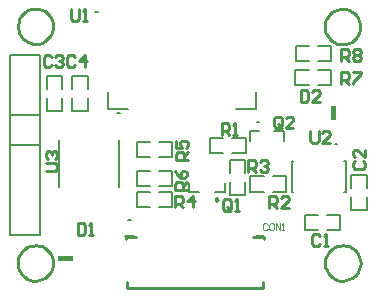
<source format=gto>
%FSTAX23Y23*%
%MOIN*%
%SFA1B1*%

%IPPOS*%
%ADD10C,0.007870*%
%ADD11C,0.010000*%
%ADD12C,0.009840*%
%ADD13C,0.005000*%
%ADD14C,0.003940*%
%LNsrt-wren-25-22-v103-1*%
%LPD*%
G36*
X00222Y00129D02*
Y00113D01*
X00173*
Y00129*
X00222*
G37*
G36*
X01082Y0063D02*
X01099D01*
Y00581*
X01082*
Y0063*
G37*
G54D10*
X01103Y00504D02*
X01095D01*
X01103*
X00377Y00607D02*
X00369D01*
X00377*
X00304Y00943D02*
X00296D01*
X00304*
X00842Y00577D02*
X00834D01*
X00842*
X00414Y00249D02*
X00406D01*
X00414*
X00813Y00344D02*
Y00395D01*
X00888D02*
X00932D01*
X00888Y00344D02*
X00932D01*
Y00395*
X00813Y00344D02*
X00857D01*
X00813Y00395D02*
X00857D01*
X00678Y00524D02*
X00722D01*
X00678Y00473D02*
X00722D01*
X00797D02*
Y00524D01*
X00753Y00473D02*
X00797D01*
X00753Y00524D02*
X00797D01*
X00678Y00473D02*
Y00524D01*
X00219Y00612D02*
Y00655D01*
X00271Y00612D02*
Y00655D01*
X00219Y0073D02*
X00271D01*
Y00687D02*
Y0073D01*
X00219Y00687D02*
Y0073D01*
Y00612D02*
X00271D01*
X01149Y00282D02*
Y00325D01*
X01201Y00282D02*
Y00325D01*
X01149Y004D02*
X01201D01*
Y00357D02*
Y004D01*
X01149Y00357D02*
Y004D01*
Y00282D02*
X01201D01*
X00134Y00612D02*
Y00655D01*
X00186Y00612D02*
Y00655D01*
X00134Y0073D02*
X00186D01*
Y00687D02*
Y0073D01*
X00134Y00687D02*
Y0073D01*
Y00612D02*
X00186D01*
X01038Y00778D02*
X01082D01*
X01038Y00829D02*
X01082D01*
X00964Y00778D02*
Y00829D01*
X01007*
X00964Y00778D02*
X01007D01*
X01082D02*
Y00829D01*
X00963Y00749D02*
X01007D01*
X00963Y00698D02*
X01007D01*
X01082D02*
Y00749D01*
X01038Y00698D02*
X01082D01*
X01038Y00749D02*
X01082D01*
X00963Y00698D02*
Y00749D01*
X00508Y00363D02*
X00552D01*
X00508Y00414D02*
X00552D01*
X00434Y00363D02*
Y00414D01*
X00477*
X00434Y00363D02*
X00477D01*
X00552D02*
Y00414D01*
X00508Y00293D02*
X00552D01*
X00508Y00344D02*
X00552D01*
X00434Y00293D02*
Y00344D01*
X00477*
X00434Y00293D02*
X00477D01*
X00552D02*
Y00344D01*
X00508Y00458D02*
X00552D01*
X00508Y00509D02*
X00552D01*
X00434Y00458D02*
Y00509D01*
X00477*
X00434Y00458D02*
X00477D01*
X00552D02*
Y00509D01*
X00744Y0045D02*
X00796D01*
Y00332D02*
Y00376D01*
X00744Y00332D02*
Y00376D01*
Y00332D02*
X00796D01*
X00744Y00407D02*
Y0045D01*
X00796Y00407D02*
Y0045D01*
X00994Y00215D02*
Y00266D01*
X01068D02*
X01112D01*
X01068Y00215D02*
X01112D01*
Y00266*
X00994Y00215D02*
X01037D01*
X00994Y00266D02*
X01037D01*
X00012Y008D02*
X00112D01*
X00012Y005D02*
X00112D01*
X00012D02*
Y00798D01*
X00112Y005D02*
Y008D01*
X00012Y002D02*
X00112D01*
X00012D02*
Y006D01*
X00112Y002D02*
Y006D01*
X00012D02*
X00112D01*
X00609Y00343D02*
X0064D01*
X00609D02*
Y00374D01*
X00695Y00343D02*
X00727D01*
Y00374*
G54D11*
X01179Y00894D02*
X01178Y00904D01*
X01176Y00913*
X01172Y00923*
X01166Y00931*
X01159Y00938*
X01151Y00944*
X01142Y00949*
X01132Y00951*
X01123Y00953*
X01113Y00952*
X01103Y0095*
X01093Y00946*
X01085Y00941*
X01077Y00935*
X01071Y00927*
X01066Y00918*
X01063Y00909*
X01061Y00899*
Y00889*
X01063Y00879*
X01066Y00869*
X01071Y00861*
X01077Y00853*
X01085Y00846*
X01093Y00841*
X01103Y00837*
X01113Y00835*
X01123Y00835*
X01132Y00836*
X01142Y00839*
X01151Y00843*
X01159Y00849*
X01166Y00857*
X01172Y00865*
X01176Y00874*
X01178Y00884*
X01179Y00894*
X0118Y00106D02*
X01179Y00116D01*
X01176Y00125*
X01172Y00135*
X01167Y00143*
X0116Y0015*
X01152Y00156*
X01143Y00161*
X01133Y00164*
X01123Y00165*
X01113Y00164*
X01103Y00162*
X01094Y00159*
X01085Y00153*
X01078Y00147*
X01072Y00139*
X01067Y0013*
X01063Y00121*
X01062Y00111*
Y00101*
X01063Y00091*
X01067Y00082*
X01072Y00073*
X01078Y00065*
X01085Y00058*
X01094Y00053*
X01103Y00049*
X01113Y00047*
X01123Y00047*
X01133Y00048*
X01143Y00051*
X01152Y00056*
X0116Y00061*
X01167Y00069*
X01172Y00077*
X01176Y00086*
X01179Y00096*
X0118Y00106*
X00155D02*
X00154Y00116D01*
X00152Y00125*
X00148Y00135*
X00142Y00143*
X00135Y0015*
X00127Y00156*
X00118Y00161*
X00108Y00164*
X00098Y00165*
X00088Y00164*
X00079Y00162*
X00069Y00159*
X00061Y00153*
X00053Y00147*
X00047Y00139*
X00042Y0013*
X00039Y00121*
X00037Y00111*
Y00101*
X00039Y00091*
X00042Y00082*
X00047Y00073*
X00053Y00065*
X00061Y00058*
X00069Y00053*
X00079Y00049*
X00088Y00047*
X00098Y00047*
X00108Y00048*
X00118Y00051*
X00127Y00056*
X00135Y00061*
X00142Y00069*
X00148Y00077*
X00152Y00086*
X00154Y00096*
X00155Y00106*
X00156Y00895D02*
X00155Y00905D01*
X00153Y00915*
X00149Y00924*
X00143Y00932*
X00136Y0094*
X00128Y00945*
X00119Y0095*
X00109Y00953*
X00099Y00954*
X00089Y00954*
X0008Y00952*
X0007Y00948*
X00062Y00943*
X00054Y00936*
X00048Y00928*
X00043Y0092*
X0004Y0091*
X00038Y009*
Y0089*
X0004Y0088*
X00043Y00871*
X00048Y00862*
X00054Y00854*
X00062Y00848*
X0007Y00842*
X0008Y00839*
X00089Y00837*
X00099Y00836*
X00109Y00837*
X00119Y0084*
X00128Y00845*
X00136Y00851*
X00143Y00858*
X00149Y00866*
X00153Y00876*
X00155Y00885*
X00156Y00895*
X00398Y00194D02*
X00432D01*
X004Y00021D02*
Y00041D01*
X00398Y00186D02*
Y00194D01*
X00823D02*
X00858D01*
Y00186D02*
Y00194D01*
X004Y00021D02*
X00855D01*
Y00044*
X01013Y00546D02*
Y00513D01*
X0102Y00506*
X01033*
X0104Y00513*
Y00546*
X01079Y00506D02*
X01053D01*
X01079Y00533*
Y00539*
X01072Y00546*
X01059*
X01053Y00539*
X0013Y00413D02*
X00163D01*
X00169Y0042*
Y00433*
X00163Y0044*
X0013*
X00137Y00453D02*
X0013Y00459D01*
Y00472*
X00137Y00479*
X00143*
X0015Y00472*
Y00466*
Y00472*
X00156Y00479*
X00163*
X00169Y00472*
Y00459*
X00163Y00453*
X01162Y00445D02*
X01156Y00438D01*
Y00425*
X01162Y00419*
X01188*
X01195Y00425*
Y00438*
X01188Y00445*
X01195Y00484D02*
Y00458D01*
X01169Y00484*
X01162*
X01156Y00478*
Y00465*
X01162Y00458*
X0015Y00793D02*
X00143Y008D01*
X0013*
X00124Y00793*
Y00767*
X0013Y0076*
X00143*
X0015Y00767*
X00163Y00793D02*
X00169Y008D01*
X00183*
X00189Y00793*
Y00787*
X00183Y0078*
X00176*
X00183*
X00189Y00773*
Y00767*
X00183Y0076*
X00169*
X00163Y00767*
X00228Y00793D02*
X00222Y008D01*
X00209*
X00202Y00793*
Y00767*
X00209Y0076*
X00222*
X00228Y00767*
X00261Y0076D02*
Y008D01*
X00242Y0078*
X00268*
X01115Y00704D02*
Y00743D01*
X01135*
X01141Y00737*
Y00723*
X01135Y00717*
X01115*
X01128D02*
X01141Y00704D01*
X01154Y00743D02*
X01181D01*
Y00737*
X01154Y0071*
Y00704*
X01115Y00779D02*
Y00818D01*
X01135*
X01141Y00812*
Y00798*
X01135Y00792*
X01115*
X01128D02*
X01141Y00779D01*
X01154Y00812D02*
X01161Y00818D01*
X01174*
X01181Y00812*
Y00805*
X01174Y00798*
X01181Y00792*
Y00785*
X01174Y00779*
X01161*
X01154Y00785*
Y00792*
X01161Y00798*
X01154Y00805*
Y00812*
X01161Y00798D02*
X01174D01*
X00717Y00532D02*
Y00572D01*
X00736*
X00743Y00565*
Y00552*
X00736Y00546*
X00717*
X0073D02*
X00743Y00532D01*
X00756D02*
X00769D01*
X00763*
Y00572*
X00756Y00565*
X00562Y00291D02*
Y0033D01*
X00581*
X00588Y00324*
Y00311*
X00581Y00304*
X00562*
X00575D02*
X00588Y00291D01*
X00621D02*
Y0033D01*
X00601Y00311*
X00627*
X006Y00349D02*
X00561D01*
Y00368*
X00567Y00375*
X0058*
X00587Y00368*
Y00349*
Y00362D02*
X006Y00375D01*
X00561Y00414D02*
X00567Y00401D01*
X0058Y00388*
X00593*
X006Y00395*
Y00408*
X00593Y00414*
X00587*
X0058Y00408*
Y00388*
X00605Y00449D02*
X00566D01*
Y00468*
X00572Y00475*
X00585*
X00592Y00468*
Y00449*
Y00462D02*
X00605Y00475D01*
X00566Y00514D02*
Y00488D01*
X00585*
X00579Y00501*
Y00508*
X00585Y00514*
X00598*
X00605Y00508*
Y00495*
X00598Y00488*
X00215Y00953D02*
Y0092D01*
X00222Y00914*
X00235*
X00241Y0092*
Y00953*
X00254Y00914D02*
X00268D01*
X00261*
Y00953*
X00254Y00947*
X00875Y00289D02*
Y00328D01*
X00894*
X00901Y00322*
Y00308*
X00894Y00302*
X00875*
X00888D02*
X00901Y00289D01*
X0094D02*
X00914D01*
X0094Y00315*
Y00322*
X00934Y00328*
X0092*
X00914Y00322*
X00917Y00562D02*
Y00588D01*
X00911Y00594*
X00897*
X00891Y00588*
Y00562*
X00897Y00555*
X00911*
X00904Y00568D02*
X00917Y00555D01*
X00911D02*
X00917Y00562D01*
X00956Y00555D02*
X0093D01*
X00956Y00581*
Y00588*
X0095Y00594*
X00937*
X0093Y00588*
X00806Y00409D02*
Y00448D01*
X00825*
X00832Y00442*
Y00429*
X00825Y00422*
X00806*
X00819D02*
X00832Y00409D01*
X00845Y00442D02*
X00852Y00448D01*
X00865*
X00871Y00442*
Y00435*
X00865Y00429*
X00858*
X00865*
X00871Y00422*
Y00416*
X00865Y00409*
X00852*
X00845Y00416*
X01044Y00195D02*
X01038Y00201D01*
X01025*
X01018Y00195*
Y00168*
X01025Y00162*
X01038*
X01044Y00168*
X01058Y00162D02*
X01071D01*
X01064*
Y00201*
X01058Y00195*
X0098Y00683D02*
Y00643D01*
X00999*
X01006Y0065*
Y00676*
X00999Y00683*
X0098*
X01045Y00643D02*
X01019D01*
X01045Y00669*
Y00676*
X01039Y00683*
X01026*
X01019Y00676*
X00747Y00286D02*
Y00312D01*
X00741Y00319*
X00728*
X00721Y00312*
Y00286*
X00728Y00279*
X00741*
X00734Y00292D02*
X00747Y00279D01*
X00741D02*
X00747Y00286D01*
X00761Y00279D02*
X00774D01*
X00767*
Y00319*
X00761Y00312*
X00237Y00238D02*
Y00198D01*
X00256*
X00263Y00205*
Y00231*
X00256Y00238*
X00237*
X00276Y00198D02*
X00289D01*
X00283*
Y00238*
X00276Y00231*
G54D12*
X00706Y00317D02*
X00699Y00321D01*
Y00313*
X00706Y00317*
G54D13*
X01125Y00343D02*
X01131D01*
Y00445*
X01125D02*
X01131D01*
X0095D02*
X00955D01*
X0095Y00343D02*
Y00445D01*
Y00343D02*
X00955D01*
X00374Y0036D02*
Y00517D01*
X00176Y0036D02*
Y00517D01*
X00339Y00618D02*
Y00675D01*
Y00618D02*
X00405D01*
X00765D02*
X00831D01*
Y00675*
X0081Y00512D02*
Y00546D01*
X00925Y00512D02*
Y00546D01*
X00892D02*
X00925D01*
X0081D02*
X00843D01*
X00396Y00197D02*
X00425D01*
X0083D02*
X00859D01*
G54D14*
X0087Y00234D02*
X00866Y00238D01*
X00859*
X00856Y00234*
Y0022*
X00859Y00217*
X00866*
X0087Y0022*
X00887Y00238D02*
X0088D01*
X00876Y00234*
Y0022*
X0088Y00217*
X00887*
X0089Y0022*
Y00234*
X00887Y00238*
X00897Y00217D02*
Y00238D01*
X00911Y00217*
Y00238*
X00918Y00217D02*
X00925D01*
X00921*
Y00238*
X00918Y00234*
M02*
</source>
